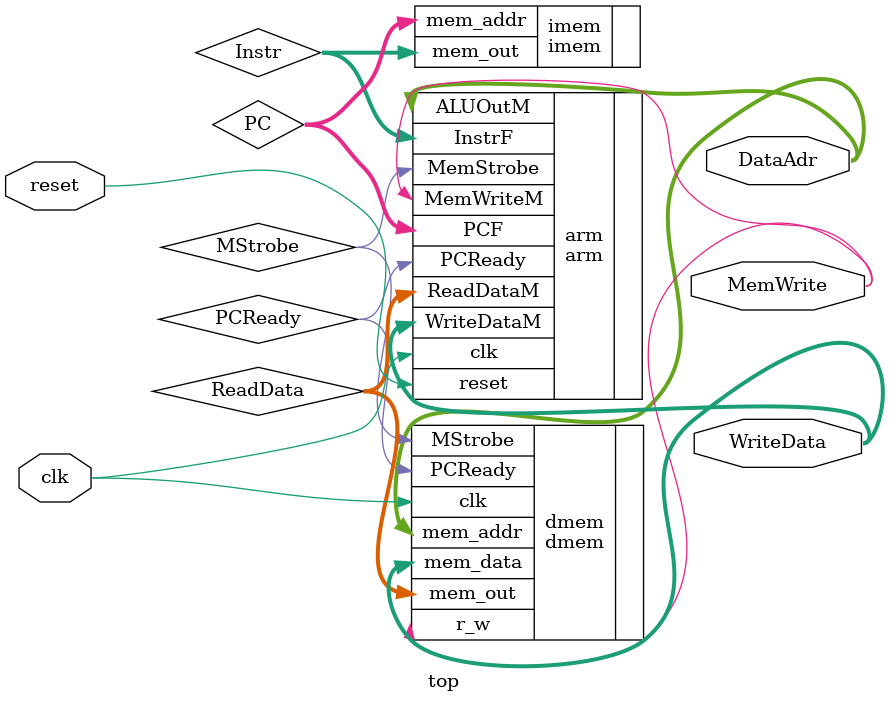
<source format=sv>
/*
 * Top level module for the arm_single processor simulation.
 *
 * Modeled to be like the version for the FPGA so the arm module can be drop-in
 * swapped into the Vivado project and things should "just werk".
 */

module top (input  logic        clk, reset, 
            output logic [31:0] WriteData, DataAdr, 
            output logic        MemWrite);

   logic [31:0] PC, Instr, ReadData;
   logic        PCReady, MStrobe;
   
   // instantiate processor and memories
   arm arm (.clk(clk),
            .reset(reset),
            .PCF(PC),
            .InstrF(Instr),
            .MemWriteM(MemWrite),
            .ALUOutM(DataAdr), 
            .WriteDataM(WriteData),
            .ReadDataM(ReadData),
            .MemStrobe(MStrobe),
            .PCReady(PCReady));

   imem imem (.mem_addr(PC),
              .mem_out(Instr));
   dmem dmem (.mem_out(ReadData),
              .r_w(MemWrite),
              .clk(clk),
              .mem_addr(DataAdr),
              .mem_data(WriteData),
              .MStrobe(MStrobe),
              .PCReady(PCReady));
   
endmodule // top

</source>
